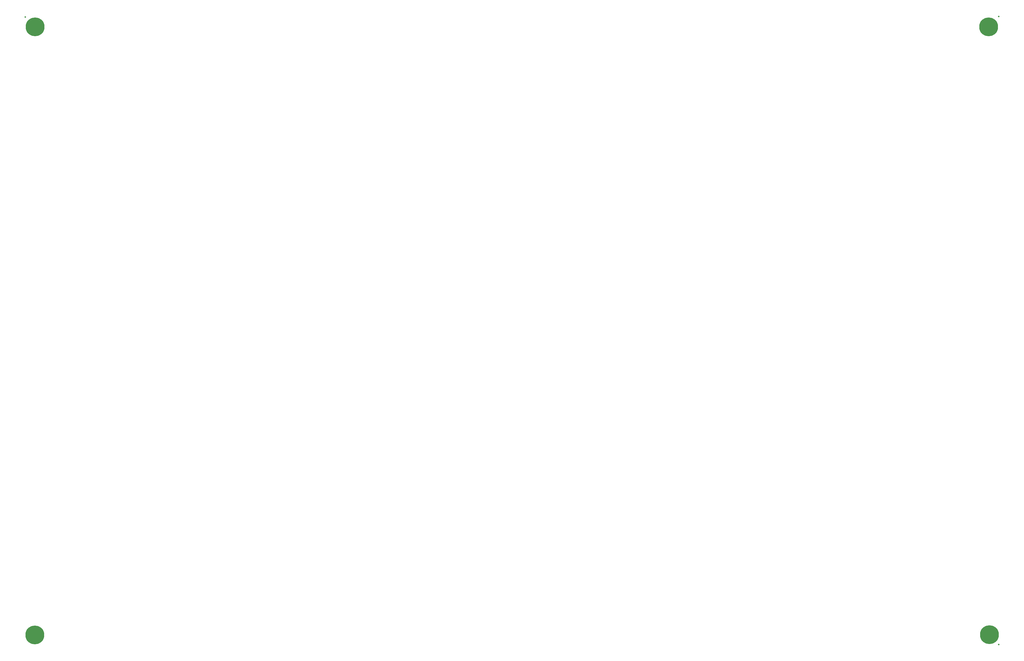
<source format=gbl>
G04 #@! TF.GenerationSoftware,KiCad,Pcbnew,9.0.1+1*
G04 #@! TF.CreationDate,2025-11-12T15:34:54+00:00*
G04 #@! TF.ProjectId,main-carrier,6d61696e-2d63-4617-9272-6965722e6b69,v1.0*
G04 #@! TF.SameCoordinates,Original*
G04 #@! TF.FileFunction,Copper,L4,Bot*
G04 #@! TF.FilePolarity,Positive*
%FSLAX46Y46*%
G04 Gerber Fmt 4.6, Leading zero omitted, Abs format (unit mm)*
G04 Created by KiCad (PCBNEW 9.0.1+1) date 2025-11-12 15:34:54*
%MOMM*%
%LPD*%
G01*
G04 APERTURE LIST*
G04 #@! TA.AperFunction,ComponentPad*
%ADD10C,6.000000*%
G04 #@! TD*
G04 #@! TA.AperFunction,SMDPad,CuDef*
%ADD11C,0.500000*%
G04 #@! TD*
G04 APERTURE END LIST*
D10*
X125030000Y-301450000D03*
X428710000Y-107740000D03*
X428920000Y-301360000D03*
X125110000Y-107800000D03*
D11*
X431910000Y-304450000D03*
X431930000Y-104510000D03*
X121930000Y-104620000D03*
M02*

</source>
